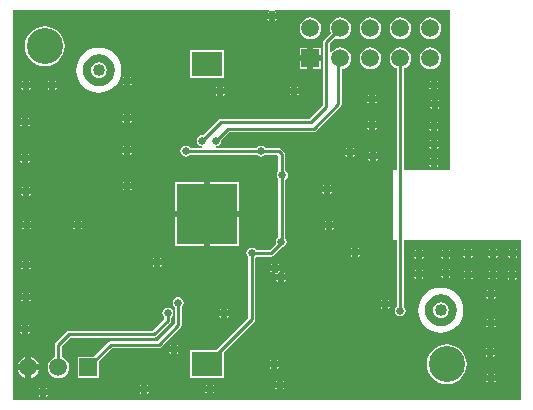
<source format=gbl>
%FSLAX25Y25*%
%MOIN*%
G70*
G01*
G75*
G04 Layer_Physical_Order=2*
G04 Layer_Color=16711680*
%ADD10O,0.01180X0.05906*%
%ADD11O,0.05906X0.01180*%
%ADD12R,0.17716X0.17716*%
%ADD13R,0.04000X0.03500*%
%ADD14R,0.05906X0.04724*%
%ADD15R,0.03937X0.07087*%
%ADD16R,0.02953X0.02362*%
%ADD17R,0.02362X0.02953*%
%ADD18R,0.02362X0.07874*%
%ADD19R,0.07874X0.02362*%
%ADD20R,0.03500X0.04000*%
%ADD21R,0.04724X0.05512*%
%ADD22R,0.08800X0.04200*%
%ADD23R,0.04000X0.04000*%
%ADD24R,0.01400X0.04000*%
%ADD25R,0.07200X0.08000*%
%ADD26R,0.07200X0.16000*%
%ADD27R,0.04200X0.08800*%
%ADD28R,0.04000X0.04000*%
%ADD29C,0.01000*%
%ADD30C,0.02000*%
%ADD31C,0.04000*%
%ADD32C,0.10000*%
%ADD33R,0.03000X0.03000*%
%ADD34R,0.10000X0.08000*%
%ADD35C,0.12000*%
%ADD36C,0.04000*%
%ADD37R,0.05906X0.05906*%
%ADD38C,0.05906*%
%ADD39C,0.02500*%
%ADD40R,0.17700X0.17700*%
%ADD41R,0.20000X0.20000*%
G36*
X146700Y77600D02*
X131122D01*
Y111619D01*
X131792Y111897D01*
X132534Y112466D01*
X133103Y113208D01*
X133461Y114073D01*
X133583Y115000D01*
X133461Y115927D01*
X133103Y116792D01*
X132534Y117534D01*
X131792Y118103D01*
X130927Y118461D01*
X130000Y118583D01*
X129073Y118461D01*
X128208Y118103D01*
X127466Y117534D01*
X126897Y116792D01*
X126539Y115927D01*
X126417Y115000D01*
X126539Y114073D01*
X126897Y113208D01*
X127466Y112466D01*
X128208Y111897D01*
X128878Y111619D01*
Y77600D01*
X127800D01*
X127600Y77800D01*
Y54400D01*
X128878D01*
Y32276D01*
X128666Y32134D01*
X128257Y31522D01*
X128114Y30800D01*
X128257Y30078D01*
X128666Y29466D01*
X129278Y29057D01*
X130000Y28914D01*
X130722Y29057D01*
X131334Y29466D01*
X131743Y30078D01*
X131886Y30800D01*
X131743Y31522D01*
X131334Y32134D01*
X131122Y32276D01*
Y54400D01*
X170184D01*
Y1000D01*
X1000D01*
X1000Y1000D01*
X1000Y1000D01*
X816Y1076D01*
Y131184D01*
X86278D01*
X86423Y130706D01*
X86478Y130743D01*
X87200Y130886D01*
X87922Y130743D01*
X87977Y130706D01*
X88122Y131184D01*
X146700D01*
Y77600D01*
D02*
G37*
%LPC*%
G36*
X151700Y44457D02*
X151366Y44234D01*
X151143Y43900D01*
X151700D01*
Y44457D01*
D02*
G37*
G36*
X153700D02*
Y43900D01*
X154257D01*
X154034Y44234D01*
X153700Y44457D01*
D02*
G37*
G36*
X159800D02*
X159466Y44234D01*
X159243Y43900D01*
X159800D01*
Y44457D01*
D02*
G37*
G36*
X87100Y44200D02*
X86543D01*
X86766Y43866D01*
X87100Y43643D01*
Y44200D01*
D02*
G37*
G36*
X91200Y43557D02*
Y43000D01*
X91757D01*
X91534Y43334D01*
X91200Y43557D01*
D02*
G37*
G36*
X166400Y44157D02*
X166066Y43934D01*
X165843Y43600D01*
X166400D01*
Y44157D01*
D02*
G37*
G36*
X168400D02*
Y43600D01*
X168957D01*
X168734Y43934D01*
X168400Y44157D01*
D02*
G37*
G36*
X161800Y44457D02*
Y43900D01*
X162357D01*
X162134Y44234D01*
X161800Y44457D01*
D02*
G37*
G36*
X4200Y45200D02*
X3643D01*
X3866Y44866D01*
X4200Y44643D01*
Y45200D01*
D02*
G37*
G36*
X6757D02*
X6200D01*
Y44643D01*
X6534Y44866D01*
X6757Y45200D01*
D02*
G37*
G36*
X48000Y46000D02*
X47443D01*
X47666Y45666D01*
X48000Y45443D01*
Y46000D01*
D02*
G37*
G36*
X146100Y44857D02*
Y44300D01*
X146657D01*
X146434Y44634D01*
X146100Y44857D01*
D02*
G37*
G36*
X135100Y44657D02*
X134766Y44434D01*
X134543Y44100D01*
X135100D01*
Y44657D01*
D02*
G37*
G36*
X137100D02*
Y44100D01*
X137657D01*
X137434Y44434D01*
X137100Y44657D01*
D02*
G37*
G36*
X144100Y44857D02*
X143766Y44634D01*
X143543Y44300D01*
X144100D01*
Y44857D01*
D02*
G37*
G36*
X166400Y41600D02*
X165843D01*
X166066Y41266D01*
X166400Y41043D01*
Y41600D01*
D02*
G37*
G36*
X168957D02*
X168400D01*
Y41043D01*
X168734Y41266D01*
X168957Y41600D01*
D02*
G37*
G36*
X151700Y41900D02*
X151143D01*
X151366Y41566D01*
X151700Y41343D01*
Y41900D01*
D02*
G37*
G36*
X91757Y41000D02*
X91200D01*
Y40443D01*
X91534Y40666D01*
X91757Y41000D01*
D02*
G37*
G36*
X159300Y37857D02*
X158966Y37634D01*
X158743Y37300D01*
X159300D01*
Y37857D01*
D02*
G37*
G36*
X161300D02*
Y37300D01*
X161857D01*
X161634Y37634D01*
X161300Y37857D01*
D02*
G37*
G36*
X89200Y41000D02*
X88643D01*
X88866Y40666D01*
X89200Y40443D01*
Y41000D01*
D02*
G37*
G36*
X154257Y41900D02*
X153700D01*
Y41343D01*
X154034Y41566D01*
X154257Y41900D01*
D02*
G37*
G36*
X144100Y42300D02*
X143543D01*
X143766Y41966D01*
X144100Y41743D01*
Y42300D01*
D02*
G37*
G36*
X146657D02*
X146100D01*
Y41743D01*
X146434Y41966D01*
X146657Y42300D01*
D02*
G37*
G36*
X89695Y44256D02*
X89657Y44200D01*
X89100D01*
Y43643D01*
X88822Y43457D01*
X88328Y43359D01*
X88605Y42944D01*
X88643Y43000D01*
X89200D01*
Y43557D01*
X89478Y43743D01*
X89972Y43841D01*
X89695Y44256D01*
D02*
G37*
G36*
X137657Y42100D02*
X137100D01*
Y41543D01*
X137434Y41766D01*
X137657Y42100D01*
D02*
G37*
G36*
X159800Y41900D02*
X159243D01*
X159466Y41566D01*
X159800Y41343D01*
Y41900D01*
D02*
G37*
G36*
X162357D02*
X161800D01*
Y41343D01*
X162134Y41566D01*
X162357Y41900D01*
D02*
G37*
G36*
X135100Y42100D02*
X134543D01*
X134766Y41766D01*
X135100Y41543D01*
Y42100D01*
D02*
G37*
G36*
X135200Y51157D02*
X134866Y50934D01*
X134643Y50600D01*
X135200D01*
Y51157D01*
D02*
G37*
G36*
X137200D02*
Y50600D01*
X137757D01*
X137534Y50934D01*
X137200Y51157D01*
D02*
G37*
G36*
X144100D02*
X143766Y50934D01*
X143543Y50600D01*
X144100D01*
Y51157D01*
D02*
G37*
G36*
X116557Y49400D02*
X116000D01*
Y48843D01*
X116334Y49066D01*
X116557Y49400D01*
D02*
G37*
G36*
X166500Y49100D02*
X165943D01*
X166166Y48766D01*
X166500Y48543D01*
Y49100D01*
D02*
G37*
G36*
X169057D02*
X168500D01*
Y48543D01*
X168834Y48766D01*
X169057Y49100D01*
D02*
G37*
G36*
X114000Y49400D02*
X113443D01*
X113666Y49066D01*
X114000Y48843D01*
Y49400D01*
D02*
G37*
G36*
X146100Y51157D02*
Y50600D01*
X146657D01*
X146434Y50934D01*
X146100Y51157D01*
D02*
G37*
G36*
X166500Y51657D02*
X166166Y51434D01*
X165943Y51100D01*
X166500D01*
Y51657D01*
D02*
G37*
G36*
X168500D02*
Y51100D01*
X169057D01*
X168834Y51434D01*
X168500Y51657D01*
D02*
G37*
G36*
X114000Y51957D02*
X113666Y51734D01*
X113443Y51400D01*
X114000D01*
Y51957D01*
D02*
G37*
G36*
X161900Y51657D02*
Y51100D01*
X162457D01*
X162234Y51434D01*
X161900Y51657D01*
D02*
G37*
G36*
X151600D02*
X151266Y51434D01*
X151043Y51100D01*
X151600D01*
Y51657D01*
D02*
G37*
G36*
X153600D02*
Y51100D01*
X154157D01*
X153934Y51434D01*
X153600Y51657D01*
D02*
G37*
G36*
X159900D02*
X159566Y51434D01*
X159343Y51100D01*
X159900D01*
Y51657D01*
D02*
G37*
G36*
X6200Y47757D02*
Y47200D01*
X6757D01*
X6534Y47534D01*
X6200Y47757D01*
D02*
G37*
G36*
X48000Y48557D02*
X47666Y48334D01*
X47443Y48000D01*
X48000D01*
Y48557D01*
D02*
G37*
G36*
X50000D02*
Y48000D01*
X50557D01*
X50334Y48334D01*
X50000Y48557D01*
D02*
G37*
G36*
X4200Y47757D02*
X3866Y47534D01*
X3643Y47200D01*
X4200D01*
Y47757D01*
D02*
G37*
G36*
X50557Y46000D02*
X50000D01*
Y45443D01*
X50334Y45666D01*
X50557Y46000D01*
D02*
G37*
G36*
X87100Y46757D02*
X86766Y46534D01*
X86543Y46200D01*
X87100D01*
Y46757D01*
D02*
G37*
G36*
X89100D02*
Y46200D01*
X89657D01*
X89434Y46534D01*
X89100Y46757D01*
D02*
G37*
G36*
X135200Y48600D02*
X134643D01*
X134866Y48266D01*
X135200Y48043D01*
Y48600D01*
D02*
G37*
G36*
X154157Y49100D02*
X153600D01*
Y48543D01*
X153934Y48766D01*
X154157Y49100D01*
D02*
G37*
G36*
X159900D02*
X159343D01*
X159566Y48766D01*
X159900Y48543D01*
Y49100D01*
D02*
G37*
G36*
X162457D02*
X161900D01*
Y48543D01*
X162234Y48766D01*
X162457Y49100D01*
D02*
G37*
G36*
X151600D02*
X151043D01*
X151266Y48766D01*
X151600Y48543D01*
Y49100D01*
D02*
G37*
G36*
X137757Y48600D02*
X137200D01*
Y48043D01*
X137534Y48266D01*
X137757Y48600D01*
D02*
G37*
G36*
X144100D02*
X143543D01*
X143766Y48266D01*
X144100Y48043D01*
Y48600D01*
D02*
G37*
G36*
X146657D02*
X146100D01*
Y48043D01*
X146434Y48266D01*
X146657Y48600D01*
D02*
G37*
G36*
X6200Y37057D02*
Y36500D01*
X6757D01*
X6534Y36834D01*
X6200Y37057D01*
D02*
G37*
G36*
X5000Y11000D02*
X2569D01*
X2897Y10208D01*
X3466Y9466D01*
X4208Y8897D01*
X5000Y8569D01*
Y11000D01*
D02*
G37*
G36*
X9431D02*
X7000D01*
Y8569D01*
X7792Y8897D01*
X8534Y9466D01*
X9103Y10208D01*
X9431Y11000D01*
D02*
G37*
G36*
X159300Y10057D02*
X158966Y9834D01*
X158743Y9500D01*
X159300D01*
Y10057D01*
D02*
G37*
G36*
X90800Y7757D02*
Y7200D01*
X91357D01*
X91134Y7534D01*
X90800Y7757D01*
D02*
G37*
G36*
X159300Y7500D02*
X158743D01*
X158966Y7166D01*
X159300Y6943D01*
Y7500D01*
D02*
G37*
G36*
X161857D02*
X161300D01*
Y6943D01*
X161634Y7166D01*
X161857Y7500D01*
D02*
G37*
G36*
X88800Y7757D02*
X88466Y7534D01*
X88243Y7200D01*
X88800D01*
Y7757D01*
D02*
G37*
G36*
X161300Y10057D02*
Y9500D01*
X161857D01*
X161634Y9834D01*
X161300Y10057D01*
D02*
G37*
G36*
X87000Y14557D02*
X86666Y14334D01*
X86443Y14000D01*
X87000D01*
Y14557D01*
D02*
G37*
G36*
X89000D02*
Y14000D01*
X89557D01*
X89334Y14334D01*
X89000Y14557D01*
D02*
G37*
G36*
X159000Y16100D02*
X158443D01*
X158666Y15766D01*
X159000Y15543D01*
Y16100D01*
D02*
G37*
G36*
X7000Y15431D02*
Y13000D01*
X9431D01*
X9103Y13792D01*
X8534Y14534D01*
X7792Y15103D01*
X7000Y15431D01*
D02*
G37*
G36*
X87000Y12000D02*
X86443D01*
X86666Y11666D01*
X87000Y11443D01*
Y12000D01*
D02*
G37*
G36*
X89557D02*
X89000D01*
Y11443D01*
X89334Y11666D01*
X89557Y12000D01*
D02*
G37*
G36*
X5000Y15431D02*
X4208Y15103D01*
X3466Y14534D01*
X2897Y13792D01*
X2569Y13000D01*
X5000D01*
Y15431D01*
D02*
G37*
G36*
X65500Y3900D02*
X64943D01*
X65166Y3566D01*
X65500Y3343D01*
Y3900D01*
D02*
G37*
G36*
X68057D02*
X67500D01*
Y3343D01*
X67834Y3566D01*
X68057Y3900D01*
D02*
G37*
G36*
X10000Y5157D02*
X9666Y4934D01*
X9443Y4600D01*
X10000D01*
Y5157D01*
D02*
G37*
G36*
X46257Y3700D02*
X45700D01*
Y3143D01*
X46034Y3366D01*
X46257Y3700D01*
D02*
G37*
G36*
X10000Y2600D02*
X9443D01*
X9666Y2266D01*
X10000Y2043D01*
Y2600D01*
D02*
G37*
G36*
X12557D02*
X12000D01*
Y2043D01*
X12334Y2266D01*
X12557Y2600D01*
D02*
G37*
G36*
X43700Y3700D02*
X43143D01*
X43366Y3366D01*
X43700Y3143D01*
Y3700D01*
D02*
G37*
G36*
X12000Y5157D02*
Y4600D01*
X12557D01*
X12334Y4934D01*
X12000Y5157D01*
D02*
G37*
G36*
X65500Y6457D02*
X65166Y6234D01*
X64943Y5900D01*
X65500D01*
Y6457D01*
D02*
G37*
G36*
X67500D02*
Y5900D01*
X68057D01*
X67834Y6234D01*
X67500Y6457D01*
D02*
G37*
G36*
X145500Y19632D02*
X144206Y19504D01*
X142962Y19127D01*
X141815Y18514D01*
X140811Y17689D01*
X139986Y16684D01*
X139373Y15538D01*
X138996Y14294D01*
X138868Y13000D01*
X138996Y11706D01*
X139373Y10462D01*
X139986Y9315D01*
X140811Y8310D01*
X141815Y7486D01*
X142962Y6873D01*
X144206Y6496D01*
X145500Y6368D01*
X146794Y6496D01*
X148038Y6873D01*
X149185Y7486D01*
X150189Y8310D01*
X151014Y9315D01*
X151627Y10462D01*
X152005Y11706D01*
X152132Y13000D01*
X152005Y14294D01*
X151627Y15538D01*
X151014Y16684D01*
X150189Y17689D01*
X149185Y18514D01*
X148038Y19127D01*
X146794Y19504D01*
X145500Y19632D01*
D02*
G37*
G36*
X45700Y6257D02*
Y5700D01*
X46257D01*
X46034Y6034D01*
X45700Y6257D01*
D02*
G37*
G36*
X88800Y5200D02*
X88243D01*
X88466Y4866D01*
X88800Y4643D01*
Y5200D01*
D02*
G37*
G36*
X91357D02*
X90800D01*
Y4643D01*
X91134Y4866D01*
X91357Y5200D01*
D02*
G37*
G36*
X43700Y6257D02*
X43366Y6034D01*
X43143Y5700D01*
X43700D01*
Y6257D01*
D02*
G37*
G36*
X70200Y31557D02*
X69866Y31334D01*
X69643Y31000D01*
X70200D01*
Y31557D01*
D02*
G37*
G36*
X72200D02*
Y31000D01*
X72757D01*
X72534Y31334D01*
X72200Y31557D01*
D02*
G37*
G36*
X124000Y32000D02*
X123443D01*
X123666Y31666D01*
X124000Y31443D01*
Y32000D01*
D02*
G37*
G36*
X56000Y35386D02*
X55278Y35243D01*
X54666Y34834D01*
X54257Y34222D01*
X54114Y33500D01*
X54257Y32778D01*
X54666Y32166D01*
X54878Y32024D01*
Y30076D01*
X54381Y30027D01*
X54243Y30722D01*
X53834Y31334D01*
X53222Y31743D01*
X52500Y31886D01*
X51778Y31743D01*
X51166Y31334D01*
X50757Y30722D01*
X50614Y30000D01*
X50757Y29278D01*
X51166Y28666D01*
X51378Y28524D01*
Y27965D01*
X47535Y24122D01*
X19500D01*
X19500Y24122D01*
X19071Y24036D01*
X18707Y23793D01*
X18707Y23793D01*
X15207Y20293D01*
X14964Y19929D01*
X14878Y19500D01*
X14878Y19500D01*
Y15381D01*
X14208Y15103D01*
X13466Y14534D01*
X12897Y13792D01*
X12539Y12927D01*
X12417Y12000D01*
X12539Y11073D01*
X12897Y10208D01*
X13466Y9466D01*
X14208Y8897D01*
X15073Y8539D01*
X16000Y8417D01*
X16927Y8539D01*
X17792Y8897D01*
X18534Y9466D01*
X19103Y10208D01*
X19461Y11073D01*
X19583Y12000D01*
X19461Y12927D01*
X19103Y13792D01*
X18534Y14534D01*
X17792Y15103D01*
X17121Y15381D01*
Y19035D01*
X19965Y21879D01*
X48000D01*
X48000Y21878D01*
X48429Y21964D01*
X48793Y22207D01*
X53293Y26707D01*
X53293Y26707D01*
X53536Y27071D01*
X53536Y27071D01*
X53536Y27071D01*
X53622Y27500D01*
X53622Y27500D01*
Y28524D01*
X53834Y28666D01*
X54243Y29278D01*
X54381Y29973D01*
X54878Y29924D01*
Y26465D01*
X49035Y20621D01*
X33500D01*
X33071Y20536D01*
X32707Y20293D01*
X32707Y20293D01*
X27967Y15553D01*
X22447D01*
Y8447D01*
X29553D01*
Y13967D01*
X33965Y18379D01*
X49500D01*
X49500Y18378D01*
X49929Y18464D01*
X50293Y18707D01*
X56793Y25207D01*
X56793Y25207D01*
X57036Y25571D01*
X57036Y25571D01*
X57036Y25571D01*
X57122Y26000D01*
X57122Y26000D01*
Y32024D01*
X57334Y32166D01*
X57743Y32778D01*
X57886Y33500D01*
X57743Y34222D01*
X57334Y34834D01*
X56722Y35243D01*
X56000Y35386D01*
D02*
G37*
G36*
X161300Y28457D02*
Y27900D01*
X161857D01*
X161634Y28234D01*
X161300Y28457D01*
D02*
G37*
G36*
X70200Y29000D02*
X69643D01*
X69866Y28666D01*
X70200Y28443D01*
Y29000D01*
D02*
G37*
G36*
X72757D02*
X72200D01*
Y28443D01*
X72534Y28666D01*
X72757Y29000D01*
D02*
G37*
G36*
X126557Y32000D02*
X126000D01*
Y31443D01*
X126334Y31666D01*
X126557Y32000D01*
D02*
G37*
G36*
X159300Y35300D02*
X158743D01*
X158966Y34966D01*
X159300Y34743D01*
Y35300D01*
D02*
G37*
G36*
X161857D02*
X161300D01*
Y34743D01*
X161634Y34966D01*
X161857Y35300D01*
D02*
G37*
G36*
X4200Y37057D02*
X3866Y36834D01*
X3643Y36500D01*
X4200D01*
Y37057D01*
D02*
G37*
G36*
X126000Y34557D02*
Y34000D01*
X126557D01*
X126334Y34334D01*
X126000Y34557D01*
D02*
G37*
G36*
X4200Y34500D02*
X3643D01*
X3866Y34166D01*
X4200Y33943D01*
Y34500D01*
D02*
G37*
G36*
X6757D02*
X6200D01*
Y33943D01*
X6534Y34166D01*
X6757Y34500D01*
D02*
G37*
G36*
X124000Y34557D02*
X123666Y34334D01*
X123443Y34000D01*
X124000D01*
Y34557D01*
D02*
G37*
G36*
X161000Y18657D02*
Y18100D01*
X161557D01*
X161334Y18434D01*
X161000Y18657D01*
D02*
G37*
G36*
X53500Y19557D02*
X53166Y19334D01*
X52943Y19000D01*
X53500D01*
Y19557D01*
D02*
G37*
G36*
X55500D02*
Y19000D01*
X56057D01*
X55834Y19334D01*
X55500Y19557D01*
D02*
G37*
G36*
X159000Y18657D02*
X158666Y18434D01*
X158443Y18100D01*
X159000D01*
Y18657D01*
D02*
G37*
G36*
X161557Y16100D02*
X161000D01*
Y15543D01*
X161334Y15766D01*
X161557Y16100D01*
D02*
G37*
G36*
X53500Y17000D02*
X52943D01*
X53166Y16666D01*
X53500Y16443D01*
Y17000D01*
D02*
G37*
G36*
X56057D02*
X55500D01*
Y16443D01*
X55834Y16666D01*
X56057Y17000D01*
D02*
G37*
G36*
X3900Y23700D02*
X3343D01*
X3566Y23366D01*
X3900Y23143D01*
Y23700D01*
D02*
G37*
G36*
Y26257D02*
X3566Y26034D01*
X3343Y25700D01*
X3900D01*
Y26257D01*
D02*
G37*
G36*
X5900D02*
Y25700D01*
X6457D01*
X6234Y26034D01*
X5900Y26257D01*
D02*
G37*
G36*
X159300Y28457D02*
X158966Y28234D01*
X158743Y27900D01*
X159300D01*
Y28457D01*
D02*
G37*
G36*
X161857Y25900D02*
X161300D01*
Y25343D01*
X161634Y25566D01*
X161857Y25900D01*
D02*
G37*
G36*
X6457Y23700D02*
X5900D01*
Y23143D01*
X6234Y23366D01*
X6457Y23700D01*
D02*
G37*
G36*
X143500Y38539D02*
X142029Y38394D01*
X140615Y37966D01*
X139311Y37269D01*
X138169Y36331D01*
X137231Y35189D01*
X136535Y33885D01*
X136105Y32471D01*
X135961Y31000D01*
X136105Y29529D01*
X136535Y28115D01*
X137231Y26811D01*
X138169Y25669D01*
X139311Y24731D01*
X140615Y24035D01*
X142029Y23605D01*
X143500Y23461D01*
X144971Y23605D01*
X146385Y24035D01*
X147689Y24731D01*
X148831Y25669D01*
X149769Y26811D01*
X150466Y28115D01*
X150895Y29529D01*
X151039Y31000D01*
X150895Y32471D01*
X150466Y33885D01*
X149769Y35189D01*
X148831Y36331D01*
X147689Y37269D01*
X146385Y37966D01*
X144971Y38394D01*
X143500Y38539D01*
D02*
G37*
G36*
X159300Y25900D02*
X158743D01*
X158966Y25566D01*
X159300Y25343D01*
Y25900D01*
D02*
G37*
G36*
X93700Y103200D02*
X93143D01*
X93366Y102866D01*
X93700Y102643D01*
Y103200D01*
D02*
G37*
G36*
X96257D02*
X95700D01*
Y102643D01*
X96034Y102866D01*
X96257Y103200D01*
D02*
G37*
G36*
X29500Y118539D02*
X28029Y118395D01*
X26615Y117965D01*
X25311Y117269D01*
X24169Y116331D01*
X23231Y115189D01*
X22535Y113885D01*
X22105Y112471D01*
X21961Y111000D01*
X22105Y109529D01*
X22535Y108115D01*
X23231Y106811D01*
X24169Y105669D01*
X25311Y104731D01*
X26615Y104034D01*
X28029Y103605D01*
X29500Y103461D01*
X30971Y103605D01*
X32385Y104034D01*
X33689Y104731D01*
X34831Y105669D01*
X35769Y106811D01*
X36465Y108115D01*
X36895Y109529D01*
X37039Y111000D01*
X36895Y112471D01*
X36465Y113885D01*
X35769Y115189D01*
X34831Y116331D01*
X33689Y117269D01*
X32385Y117965D01*
X30971Y118395D01*
X29500Y118539D01*
D02*
G37*
G36*
X121600Y103057D02*
Y102500D01*
X122157D01*
X121934Y102834D01*
X121600Y103057D01*
D02*
G37*
G36*
X69000Y103000D02*
X68443D01*
X68666Y102666D01*
X69000Y102443D01*
Y103000D01*
D02*
G37*
G36*
X71557D02*
X71000D01*
Y102443D01*
X71334Y102666D01*
X71557Y103000D01*
D02*
G37*
G36*
X119600Y103057D02*
X119266Y102834D01*
X119043Y102500D01*
X119600D01*
Y103057D01*
D02*
G37*
G36*
X140100Y105200D02*
X139543D01*
X139766Y104866D01*
X140100Y104643D01*
Y105200D01*
D02*
G37*
G36*
X142657D02*
X142100D01*
Y104643D01*
X142434Y104866D01*
X142657Y105200D01*
D02*
G37*
G36*
X69000Y105557D02*
X68666Y105334D01*
X68443Y105000D01*
X69000D01*
Y105557D01*
D02*
G37*
G36*
X15557Y105000D02*
X15000D01*
Y104443D01*
X15334Y104666D01*
X15557Y105000D01*
D02*
G37*
G36*
X4200D02*
X3643D01*
X3866Y104666D01*
X4200Y104443D01*
Y105000D01*
D02*
G37*
G36*
X6757D02*
X6200D01*
Y104443D01*
X6534Y104666D01*
X6757Y105000D01*
D02*
G37*
G36*
X13000D02*
X12443D01*
X12666Y104666D01*
X13000Y104443D01*
Y105000D01*
D02*
G37*
G36*
X142500Y101157D02*
Y100600D01*
X143057D01*
X142834Y100934D01*
X142500Y101157D01*
D02*
G37*
G36*
X121600Y94257D02*
Y93700D01*
X122157D01*
X121934Y94034D01*
X121600Y94257D01*
D02*
G37*
G36*
X3900Y95457D02*
X3566Y95234D01*
X3343Y94900D01*
X3900D01*
Y95457D01*
D02*
G37*
G36*
X5900D02*
Y94900D01*
X6457D01*
X6234Y95234D01*
X5900Y95457D01*
D02*
G37*
G36*
X119600Y94257D02*
X119266Y94034D01*
X119043Y93700D01*
X119600D01*
Y94257D01*
D02*
G37*
G36*
X142100Y93957D02*
Y93400D01*
X142657D01*
X142434Y93734D01*
X142100Y93957D01*
D02*
G37*
G36*
X37900Y94100D02*
X37343D01*
X37566Y93766D01*
X37900Y93543D01*
Y94100D01*
D02*
G37*
G36*
X40457D02*
X39900D01*
Y93543D01*
X40234Y93766D01*
X40457Y94100D01*
D02*
G37*
G36*
X119600Y100500D02*
X119043D01*
X119266Y100166D01*
X119600Y99943D01*
Y100500D01*
D02*
G37*
G36*
X122157D02*
X121600D01*
Y99943D01*
X121934Y100166D01*
X122157Y100500D01*
D02*
G37*
G36*
X140500Y101157D02*
X140166Y100934D01*
X139943Y100600D01*
X140500D01*
Y101157D01*
D02*
G37*
G36*
X143057Y98600D02*
X142500D01*
Y98043D01*
X142834Y98266D01*
X143057Y98600D01*
D02*
G37*
G36*
X37900Y96657D02*
X37566Y96434D01*
X37343Y96100D01*
X37900D01*
Y96657D01*
D02*
G37*
G36*
X39900D02*
Y96100D01*
X40457D01*
X40234Y96434D01*
X39900Y96657D01*
D02*
G37*
G36*
X140500Y98600D02*
X139943D01*
X140166Y98266D01*
X140500Y98043D01*
Y98600D01*
D02*
G37*
G36*
X71000Y105557D02*
Y105000D01*
X71557D01*
X71334Y105334D01*
X71000Y105557D01*
D02*
G37*
G36*
X103553Y118553D02*
X101000D01*
Y116000D01*
X103553D01*
Y118553D01*
D02*
G37*
G36*
X100000Y128583D02*
X99073Y128461D01*
X98208Y128103D01*
X97466Y127534D01*
X96897Y126792D01*
X96539Y125927D01*
X96417Y125000D01*
X96539Y124073D01*
X96897Y123208D01*
X97466Y122466D01*
X98208Y121897D01*
X99073Y121539D01*
X100000Y121417D01*
X100927Y121539D01*
X101792Y121897D01*
X102534Y122466D01*
X103103Y123208D01*
X103461Y124073D01*
X103583Y125000D01*
X103461Y125927D01*
X103103Y126792D01*
X102534Y127534D01*
X101792Y128103D01*
X100927Y128461D01*
X100000Y128583D01*
D02*
G37*
G36*
X110000D02*
X109073Y128461D01*
X108208Y128103D01*
X107466Y127534D01*
X106897Y126792D01*
X106539Y125927D01*
X106417Y125000D01*
X106539Y124073D01*
X106816Y123402D01*
X104607Y121193D01*
X104364Y120829D01*
X104278Y120400D01*
X104278Y120400D01*
Y99365D01*
X99735Y94822D01*
X70200D01*
X69771Y94736D01*
X69407Y94493D01*
X69407Y94493D01*
X64250Y89337D01*
X64000Y89386D01*
X63278Y89243D01*
X62666Y88834D01*
X62257Y88222D01*
X62114Y87500D01*
X62257Y86778D01*
X62666Y86166D01*
X63278Y85757D01*
X63750Y85663D01*
X63750D01*
X63973Y85619D01*
D01*
Y85619D01*
X63960Y85492D01*
D01*
X63951Y85394D01*
X63704Y85122D01*
X59976D01*
X59834Y85334D01*
X59222Y85743D01*
X58500Y85886D01*
X57778Y85743D01*
X57166Y85334D01*
X56757Y84722D01*
X56614Y84000D01*
X56757Y83278D01*
X57166Y82666D01*
X57778Y82257D01*
X58500Y82114D01*
X59222Y82257D01*
X59834Y82666D01*
X59976Y82878D01*
X82124D01*
X82266Y82666D01*
X82878Y82257D01*
X83600Y82114D01*
X84322Y82257D01*
X84934Y82666D01*
X85076Y82878D01*
X89035D01*
X89378Y82535D01*
Y77342D01*
X89366Y77334D01*
X88957Y76722D01*
X88814Y76000D01*
X88957Y75278D01*
X89366Y74666D01*
X89378Y74658D01*
Y55509D01*
X88966Y55234D01*
X88557Y54622D01*
X88414Y53900D01*
X88547Y53233D01*
X86435Y51122D01*
X81976D01*
X81834Y51334D01*
X81222Y51743D01*
X80500Y51886D01*
X79778Y51743D01*
X79166Y51334D01*
X78757Y50722D01*
X78614Y50000D01*
X78757Y49278D01*
X79166Y48666D01*
X79378Y48524D01*
Y28465D01*
X68514Y17600D01*
X59900D01*
Y8400D01*
X71100D01*
Y17014D01*
X81293Y27207D01*
X81293Y27207D01*
X81536Y27571D01*
X81622Y28000D01*
Y48524D01*
X81834Y48666D01*
X81976Y48878D01*
X86900D01*
X86900Y48878D01*
X87329Y48964D01*
X87693Y49207D01*
X90549Y52063D01*
X91022Y52157D01*
X91634Y52566D01*
X92043Y53178D01*
X92186Y53900D01*
X92043Y54622D01*
X91634Y55234D01*
X91622Y55242D01*
Y74391D01*
X92034Y74666D01*
X92443Y75278D01*
X92586Y76000D01*
X92443Y76722D01*
X92034Y77334D01*
X91622Y77609D01*
Y83000D01*
X91536Y83429D01*
X91293Y83793D01*
X91293Y83793D01*
X90293Y84793D01*
X89929Y85036D01*
X89500Y85122D01*
X89500Y85122D01*
X85076D01*
X84934Y85334D01*
X84322Y85743D01*
X83600Y85886D01*
X82878Y85743D01*
X82266Y85334D01*
X82124Y85122D01*
X68796D01*
X68549Y85394D01*
X68540Y85492D01*
D01*
X68527Y85619D01*
X68527Y85619D01*
X68750Y85663D01*
X68750D01*
X69222Y85757D01*
X69834Y86166D01*
X70243Y86778D01*
X70386Y87500D01*
X70337Y87750D01*
X72965Y90378D01*
X101100D01*
X101100Y90378D01*
X101529Y90464D01*
X101893Y90707D01*
X110093Y98907D01*
X110093Y98907D01*
X110336Y99271D01*
X110336Y99271D01*
X110336Y99271D01*
X110422Y99700D01*
X110422Y99700D01*
Y111472D01*
X110927Y111539D01*
X111792Y111897D01*
X112534Y112466D01*
X113103Y113208D01*
X113461Y114073D01*
X113583Y115000D01*
X113461Y115927D01*
X113103Y116792D01*
X112534Y117534D01*
X111792Y118103D01*
X110927Y118461D01*
X110000Y118583D01*
X109073Y118461D01*
X108208Y118103D01*
X107466Y117534D01*
X106995Y116920D01*
X106522Y117081D01*
Y119935D01*
X108402Y121816D01*
X109073Y121539D01*
X110000Y121417D01*
X110927Y121539D01*
X111792Y121897D01*
X112534Y122466D01*
X113103Y123208D01*
X113461Y124073D01*
X113583Y125000D01*
X113461Y125927D01*
X113103Y126792D01*
X112534Y127534D01*
X111792Y128103D01*
X110927Y128461D01*
X110000Y128583D01*
D02*
G37*
G36*
X99000Y118553D02*
X96447D01*
Y116000D01*
X99000D01*
Y118553D01*
D02*
G37*
G36*
Y114000D02*
X96447D01*
Y111447D01*
X99000D01*
Y114000D01*
D02*
G37*
G36*
X103553D02*
X101000D01*
Y111447D01*
X103553D01*
Y114000D01*
D02*
G37*
G36*
X11500Y125632D02*
X10206Y125505D01*
X8962Y125127D01*
X7816Y124514D01*
X6810Y123689D01*
X5986Y122685D01*
X5373Y121538D01*
X4995Y120294D01*
X4868Y119000D01*
X4995Y117706D01*
X5373Y116462D01*
X5986Y115315D01*
X6810Y114311D01*
X7816Y113486D01*
X8962Y112873D01*
X10206Y112496D01*
X11500Y112368D01*
X12794Y112496D01*
X14038Y112873D01*
X15184Y113486D01*
X16190Y114311D01*
X17014Y115315D01*
X17627Y116462D01*
X18004Y117706D01*
X18132Y119000D01*
X18004Y120294D01*
X17627Y121538D01*
X17014Y122685D01*
X16190Y123689D01*
X15184Y124514D01*
X14038Y125127D01*
X12794Y125505D01*
X11500Y125632D01*
D02*
G37*
G36*
X88757Y128000D02*
X88200D01*
Y127443D01*
X88534Y127666D01*
X88757Y128000D01*
D02*
G37*
G36*
X86200Y130557D02*
X85866Y130334D01*
X85643Y130000D01*
X86200D01*
Y130557D01*
D02*
G37*
G36*
X88200D02*
Y130000D01*
X88757D01*
X88534Y130334D01*
X88200Y130557D01*
D02*
G37*
G36*
X86200Y128000D02*
X85643D01*
X85866Y127666D01*
X86200Y127443D01*
Y128000D01*
D02*
G37*
G36*
X120000Y128583D02*
X119073Y128461D01*
X118208Y128103D01*
X117466Y127534D01*
X116897Y126792D01*
X116539Y125927D01*
X116417Y125000D01*
X116539Y124073D01*
X116897Y123208D01*
X117466Y122466D01*
X118208Y121897D01*
X119073Y121539D01*
X120000Y121417D01*
X120927Y121539D01*
X121792Y121897D01*
X122534Y122466D01*
X123103Y123208D01*
X123461Y124073D01*
X123583Y125000D01*
X123461Y125927D01*
X123103Y126792D01*
X122534Y127534D01*
X121792Y128103D01*
X120927Y128461D01*
X120000Y128583D01*
D02*
G37*
G36*
X130000D02*
X129073Y128461D01*
X128208Y128103D01*
X127466Y127534D01*
X126897Y126792D01*
X126539Y125927D01*
X126417Y125000D01*
X126539Y124073D01*
X126897Y123208D01*
X127466Y122466D01*
X128208Y121897D01*
X129073Y121539D01*
X130000Y121417D01*
X130927Y121539D01*
X131792Y121897D01*
X132534Y122466D01*
X133103Y123208D01*
X133461Y124073D01*
X133583Y125000D01*
X133461Y125927D01*
X133103Y126792D01*
X132534Y127534D01*
X131792Y128103D01*
X130927Y128461D01*
X130000Y128583D01*
D02*
G37*
G36*
X140000D02*
X139073Y128461D01*
X138208Y128103D01*
X137466Y127534D01*
X136897Y126792D01*
X136539Y125927D01*
X136417Y125000D01*
X136539Y124073D01*
X136897Y123208D01*
X137466Y122466D01*
X138208Y121897D01*
X139073Y121539D01*
X140000Y121417D01*
X140927Y121539D01*
X141792Y121897D01*
X142534Y122466D01*
X143103Y123208D01*
X143461Y124073D01*
X143583Y125000D01*
X143461Y125927D01*
X143103Y126792D01*
X142534Y127534D01*
X141792Y128103D01*
X140927Y128461D01*
X140000Y128583D01*
D02*
G37*
G36*
Y118583D02*
X139073Y118461D01*
X138208Y118103D01*
X137466Y117534D01*
X136897Y116792D01*
X136539Y115927D01*
X136417Y115000D01*
X136539Y114073D01*
X136897Y113208D01*
X137466Y112466D01*
X138208Y111897D01*
X139073Y111539D01*
X140000Y111417D01*
X140927Y111539D01*
X141792Y111897D01*
X142534Y112466D01*
X143103Y113208D01*
X143461Y114073D01*
X143583Y115000D01*
X143461Y115927D01*
X143103Y116792D01*
X142534Y117534D01*
X141792Y118103D01*
X140927Y118461D01*
X140000Y118583D01*
D02*
G37*
G36*
X4200Y107557D02*
X3866Y107334D01*
X3643Y107000D01*
X4200D01*
Y107557D01*
D02*
G37*
G36*
X6200D02*
Y107000D01*
X6757D01*
X6534Y107334D01*
X6200Y107557D01*
D02*
G37*
G36*
X13000D02*
X12666Y107334D01*
X12443Y107000D01*
X13000D01*
Y107557D01*
D02*
G37*
G36*
X40557Y106500D02*
X40000D01*
Y105943D01*
X40334Y106166D01*
X40557Y106500D01*
D02*
G37*
G36*
X93700Y105757D02*
X93366Y105534D01*
X93143Y105200D01*
X93700D01*
Y105757D01*
D02*
G37*
G36*
X95700D02*
Y105200D01*
X96257D01*
X96034Y105534D01*
X95700Y105757D01*
D02*
G37*
G36*
X38000Y106500D02*
X37443D01*
X37666Y106166D01*
X38000Y105943D01*
Y106500D01*
D02*
G37*
G36*
Y109057D02*
X37666Y108834D01*
X37443Y108500D01*
X38000D01*
Y109057D01*
D02*
G37*
G36*
X40000D02*
Y108500D01*
X40557D01*
X40334Y108834D01*
X40000Y109057D01*
D02*
G37*
G36*
X120000Y118583D02*
X119073Y118461D01*
X118208Y118103D01*
X117466Y117534D01*
X116897Y116792D01*
X116539Y115927D01*
X116417Y115000D01*
X116539Y114073D01*
X116897Y113208D01*
X117466Y112466D01*
X118208Y111897D01*
X119073Y111539D01*
X120000Y111417D01*
X120927Y111539D01*
X121792Y111897D01*
X122534Y112466D01*
X123103Y113208D01*
X123461Y114073D01*
X123583Y115000D01*
X123461Y115927D01*
X123103Y116792D01*
X122534Y117534D01*
X121792Y118103D01*
X120927Y118461D01*
X120000Y118583D01*
D02*
G37*
G36*
X71100Y117600D02*
X59900D01*
Y108400D01*
X71100D01*
Y117600D01*
D02*
G37*
G36*
X15000Y107557D02*
Y107000D01*
X15557D01*
X15334Y107334D01*
X15000Y107557D01*
D02*
G37*
G36*
X140100Y107757D02*
X139766Y107534D01*
X139543Y107200D01*
X140100D01*
Y107757D01*
D02*
G37*
G36*
X142100D02*
Y107200D01*
X142657D01*
X142434Y107534D01*
X142100Y107757D01*
D02*
G37*
G36*
X140100Y93957D02*
X139766Y93734D01*
X139543Y93400D01*
X140100D01*
Y93957D01*
D02*
G37*
G36*
X104600Y70400D02*
X104043D01*
X104266Y70066D01*
X104600Y69843D01*
Y70400D01*
D02*
G37*
G36*
X107157D02*
X106600D01*
Y69843D01*
X106934Y70066D01*
X107157Y70400D01*
D02*
G37*
G36*
X38000Y71500D02*
X37443D01*
X37666Y71166D01*
X38000Y70943D01*
Y71500D01*
D02*
G37*
G36*
X6757Y69600D02*
X6200D01*
Y69043D01*
X6534Y69266D01*
X6757Y69600D01*
D02*
G37*
G36*
X64500Y73600D02*
X54900D01*
Y64000D01*
X64500D01*
Y73600D01*
D02*
G37*
G36*
X76100D02*
X66500D01*
Y64000D01*
X76100D01*
Y73600D01*
D02*
G37*
G36*
X4200Y69600D02*
X3643D01*
X3866Y69266D01*
X4200Y69043D01*
Y69600D01*
D02*
G37*
G36*
X40557Y71500D02*
X40000D01*
Y70943D01*
X40334Y71166D01*
X40557Y71500D01*
D02*
G37*
G36*
X38000Y74057D02*
X37666Y73834D01*
X37443Y73500D01*
X38000D01*
Y74057D01*
D02*
G37*
G36*
X40000D02*
Y73500D01*
X40557D01*
X40334Y73834D01*
X40000Y74057D01*
D02*
G37*
G36*
X140100Y79300D02*
X139543D01*
X139766Y78966D01*
X140100Y78743D01*
Y79300D01*
D02*
G37*
G36*
X106600Y72957D02*
Y72400D01*
X107157D01*
X106934Y72734D01*
X106600Y72957D01*
D02*
G37*
G36*
X4200Y72157D02*
X3866Y71934D01*
X3643Y71600D01*
X4200D01*
Y72157D01*
D02*
G37*
G36*
X6200D02*
Y71600D01*
X6757D01*
X6534Y71934D01*
X6200Y72157D01*
D02*
G37*
G36*
X104600Y72957D02*
X104266Y72734D01*
X104043Y72400D01*
X104600D01*
Y72957D01*
D02*
G37*
G36*
X107957Y58300D02*
X107400D01*
Y57743D01*
X107734Y57966D01*
X107957Y58300D01*
D02*
G37*
G36*
X4500Y58500D02*
X3943D01*
X4166Y58166D01*
X4500Y57943D01*
Y58500D01*
D02*
G37*
G36*
X7057D02*
X6500D01*
Y57943D01*
X6834Y58166D01*
X7057Y58500D01*
D02*
G37*
G36*
X105400Y58300D02*
X104843D01*
X105066Y57966D01*
X105400Y57743D01*
Y58300D01*
D02*
G37*
G36*
X116000Y51957D02*
Y51400D01*
X116557D01*
X116334Y51734D01*
X116000Y51957D01*
D02*
G37*
G36*
X64500Y62000D02*
X54900D01*
Y52400D01*
X64500D01*
Y62000D01*
D02*
G37*
G36*
X76100D02*
X66500D01*
Y52400D01*
X76100D01*
Y62000D01*
D02*
G37*
G36*
X21500Y58500D02*
X20943D01*
X21166Y58166D01*
X21500Y57943D01*
Y58500D01*
D02*
G37*
G36*
X6500Y61057D02*
Y60500D01*
X7057D01*
X6834Y60834D01*
X6500Y61057D01*
D02*
G37*
G36*
X21500D02*
X21166Y60834D01*
X20943Y60500D01*
X21500D01*
Y61057D01*
D02*
G37*
G36*
X23500D02*
Y60500D01*
X24057D01*
X23834Y60834D01*
X23500Y61057D01*
D02*
G37*
G36*
X4500D02*
X4166Y60834D01*
X3943Y60500D01*
X4500D01*
Y61057D01*
D02*
G37*
G36*
X24057Y58500D02*
X23500D01*
Y57943D01*
X23834Y58166D01*
X24057Y58500D01*
D02*
G37*
G36*
X105400Y60857D02*
X105066Y60634D01*
X104843Y60300D01*
X105400D01*
Y60857D01*
D02*
G37*
G36*
X107400D02*
Y60300D01*
X107957D01*
X107734Y60634D01*
X107400Y60857D01*
D02*
G37*
G36*
X142657Y79300D02*
X142100D01*
Y78743D01*
X142434Y78966D01*
X142657Y79300D01*
D02*
G37*
G36*
X142757Y85300D02*
X142200D01*
Y84743D01*
X142534Y84966D01*
X142757Y85300D01*
D02*
G37*
G36*
X37900Y85857D02*
X37566Y85634D01*
X37343Y85300D01*
X37900D01*
Y85857D01*
D02*
G37*
G36*
X39900D02*
Y85300D01*
X40457D01*
X40234Y85634D01*
X39900Y85857D01*
D02*
G37*
G36*
X140200Y85300D02*
X139643D01*
X139866Y84966D01*
X140200Y84743D01*
Y85300D01*
D02*
G37*
G36*
X121900Y83857D02*
Y83300D01*
X122457D01*
X122234Y83634D01*
X121900Y83857D01*
D02*
G37*
G36*
X112300Y85157D02*
X111966Y84934D01*
X111743Y84600D01*
X112300D01*
Y85157D01*
D02*
G37*
G36*
X114300D02*
Y84600D01*
X114857D01*
X114634Y84934D01*
X114300Y85157D01*
D02*
G37*
G36*
X140200Y87857D02*
X139866Y87634D01*
X139643Y87300D01*
X140200D01*
Y87857D01*
D02*
G37*
G36*
X122157Y91700D02*
X121600D01*
Y91143D01*
X121934Y91366D01*
X122157Y91700D01*
D02*
G37*
G36*
X3900Y92900D02*
X3343D01*
X3566Y92566D01*
X3900Y92343D01*
Y92900D01*
D02*
G37*
G36*
X6457D02*
X5900D01*
Y92343D01*
X6234Y92566D01*
X6457Y92900D01*
D02*
G37*
G36*
X119600Y91700D02*
X119043D01*
X119266Y91366D01*
X119600Y91143D01*
Y91700D01*
D02*
G37*
G36*
X142200Y87857D02*
Y87300D01*
X142757D01*
X142534Y87634D01*
X142200Y87857D01*
D02*
G37*
G36*
X140100Y91400D02*
X139543D01*
X139766Y91066D01*
X140100Y90843D01*
Y91400D01*
D02*
G37*
G36*
X142657D02*
X142100D01*
Y90843D01*
X142434Y91066D01*
X142657Y91400D01*
D02*
G37*
G36*
X119900Y83857D02*
X119566Y83634D01*
X119343Y83300D01*
X119900D01*
Y83857D01*
D02*
G37*
G36*
X140100Y81857D02*
X139766Y81634D01*
X139543Y81300D01*
X140100D01*
Y81857D01*
D02*
G37*
G36*
X142100D02*
Y81300D01*
X142657D01*
X142434Y81634D01*
X142100Y81857D01*
D02*
G37*
G36*
X112300Y82600D02*
X111743D01*
X111966Y82266D01*
X112300Y82043D01*
Y82600D01*
D02*
G37*
G36*
X122457Y81300D02*
X121900D01*
Y80743D01*
X122234Y80966D01*
X122457Y81300D01*
D02*
G37*
G36*
X3900Y80600D02*
X3343D01*
X3566Y80266D01*
X3900Y80043D01*
Y80600D01*
D02*
G37*
G36*
X6457D02*
X5900D01*
Y80043D01*
X6234Y80266D01*
X6457Y80600D01*
D02*
G37*
G36*
X119900Y81300D02*
X119343D01*
X119566Y80966D01*
X119900Y80743D01*
Y81300D01*
D02*
G37*
G36*
X114857Y82600D02*
X114300D01*
Y82043D01*
X114634Y82266D01*
X114857Y82600D01*
D02*
G37*
G36*
X37900Y83300D02*
X37343D01*
X37566Y82966D01*
X37900Y82743D01*
Y83300D01*
D02*
G37*
G36*
X40457D02*
X39900D01*
Y82743D01*
X40234Y82966D01*
X40457Y83300D01*
D02*
G37*
G36*
X3900Y83157D02*
X3566Y82934D01*
X3343Y82600D01*
X3900D01*
Y83157D01*
D02*
G37*
G36*
X5900D02*
Y82600D01*
X6457D01*
X6234Y82934D01*
X5900Y83157D01*
D02*
G37*
%LPD*%
G36*
X144871Y36118D02*
X146149Y35589D01*
X147247Y34747D01*
X148089Y33649D01*
X148618Y32371D01*
X148799Y31000D01*
X148618Y29629D01*
X148089Y28351D01*
X147247Y27253D01*
X146149Y26411D01*
X144871Y25882D01*
X143500Y25701D01*
X142129Y25882D01*
X140851Y26411D01*
X139753Y27253D01*
X138911Y28351D01*
X138382Y29629D01*
X138201Y31000D01*
X138382Y32371D01*
X138911Y33649D01*
X139753Y34747D01*
X140851Y35589D01*
X142129Y36118D01*
X143500Y36298D01*
X144871Y36118D01*
D02*
G37*
G36*
X30871Y116118D02*
X32149Y115589D01*
X33247Y114747D01*
X34089Y113649D01*
X34618Y112371D01*
X34798Y111000D01*
X34618Y109629D01*
X34089Y108351D01*
X33247Y107253D01*
X32149Y106411D01*
X30871Y105882D01*
X29500Y105701D01*
X28129Y105882D01*
X26851Y106411D01*
X25753Y107253D01*
X24911Y108351D01*
X24382Y109629D01*
X24202Y111000D01*
X24382Y112371D01*
X24911Y113649D01*
X25753Y114747D01*
X26851Y115589D01*
X28129Y116118D01*
X29500Y116298D01*
X30871Y116118D01*
D02*
G37*
%LPC*%
G36*
X143500Y33622D02*
X142821Y33533D01*
X142189Y33271D01*
X141646Y32854D01*
X141229Y32311D01*
X140967Y31679D01*
X140878Y31000D01*
X140967Y30321D01*
X141229Y29689D01*
X141646Y29146D01*
X142189Y28729D01*
X142821Y28467D01*
X143500Y28378D01*
X144179Y28467D01*
X144811Y28729D01*
X145354Y29146D01*
X145771Y29689D01*
X146033Y30321D01*
X146122Y31000D01*
X146033Y31679D01*
X145771Y32311D01*
X145354Y32854D01*
X144811Y33271D01*
X144179Y33533D01*
X143500Y33622D01*
D02*
G37*
G36*
X29500Y113622D02*
X28821Y113533D01*
X28189Y113271D01*
X27646Y112854D01*
X27229Y112311D01*
X26967Y111679D01*
X26878Y111000D01*
X26967Y110321D01*
X27229Y109689D01*
X27646Y109146D01*
X28189Y108729D01*
X28821Y108467D01*
X29500Y108378D01*
X30179Y108467D01*
X30811Y108729D01*
X31354Y109146D01*
X31771Y109689D01*
X32033Y110321D01*
X32122Y111000D01*
X32033Y111679D01*
X31771Y112311D01*
X31354Y112854D01*
X30811Y113271D01*
X30179Y113533D01*
X29500Y113622D01*
D02*
G37*
%LPD*%
D29*
X49500Y19500D02*
X56000Y26000D01*
X19500Y23000D02*
X48000D01*
X52500Y27500D01*
Y30000D01*
X56000Y26000D02*
Y33500D01*
X68500Y87500D02*
X72500Y91500D01*
X58500Y84000D02*
X89500D01*
X90500Y83000D01*
X109300Y114300D02*
X110000Y115000D01*
X105400Y98900D02*
Y120400D01*
X110000Y125000D01*
X72500Y91500D02*
X101100D01*
X109300Y99700D01*
Y114300D01*
X64000Y87500D02*
X70200Y93700D01*
X100200D01*
X105400Y98900D01*
X80500Y50000D02*
X86900D01*
X130000Y30800D02*
Y115000D01*
X65500Y13000D02*
X80500Y28000D01*
X86900Y50000D02*
X90300Y53400D01*
X90500Y53600D01*
X90300Y53400D02*
Y53900D01*
X80500Y28000D02*
Y50000D01*
X90500Y53600D02*
Y53900D01*
Y83000D01*
X25250Y11250D02*
X33500Y19500D01*
X49500D01*
X16000Y12000D02*
Y19500D01*
X19500Y23000D01*
D33*
X67532Y68906D02*
D03*
X63532D02*
D03*
X71406Y57095D02*
D03*
X67532D02*
D03*
X59595D02*
D03*
X71406Y61000D02*
D03*
X67532D02*
D03*
X59595Y61032D02*
D03*
Y68906D02*
D03*
X71406D02*
D03*
X63532Y61000D02*
D03*
Y57095D02*
D03*
Y64969D02*
D03*
X59595D02*
D03*
X67532D02*
D03*
X71406D02*
D03*
D34*
X65500Y13000D02*
D03*
Y113000D02*
D03*
D35*
X145500Y13000D02*
D03*
X11500Y119000D02*
D03*
D36*
X29500Y111000D02*
D03*
X143500Y31000D02*
D03*
D37*
X100000Y115000D02*
D03*
X26000Y12000D02*
D03*
D38*
X100000Y125000D02*
D03*
X110000Y115000D02*
D03*
Y125000D02*
D03*
X120000Y115000D02*
D03*
Y125000D02*
D03*
X130000Y115000D02*
D03*
Y125000D02*
D03*
X140000Y115000D02*
D03*
Y125000D02*
D03*
X6000Y12000D02*
D03*
X16000D02*
D03*
D39*
X94700Y104200D02*
D03*
X87200Y129000D02*
D03*
X88000Y13000D02*
D03*
X39000Y72500D02*
D03*
X49000Y47000D02*
D03*
X22500Y59500D02*
D03*
X141500Y99600D02*
D03*
X113300Y83600D02*
D03*
X141200Y86300D02*
D03*
X115000Y50400D02*
D03*
X125000Y33000D02*
D03*
X54500Y18000D02*
D03*
X70000Y104000D02*
D03*
X39000Y107500D02*
D03*
X14000Y106000D02*
D03*
X52500Y30000D02*
D03*
X56000Y33500D02*
D03*
X68500Y87500D02*
D03*
X64000D02*
D03*
X80500Y50000D02*
D03*
X58500Y84000D02*
D03*
X71200Y30000D02*
D03*
X90700Y76000D02*
D03*
X90300Y53900D02*
D03*
X130000Y30800D02*
D03*
X83600Y84000D02*
D03*
X167500Y50100D02*
D03*
X160900D02*
D03*
X152600D02*
D03*
X145100Y49600D02*
D03*
X136200D02*
D03*
X141100Y80300D02*
D03*
Y92400D02*
D03*
Y106200D02*
D03*
X160300Y36300D02*
D03*
Y26900D02*
D03*
X160000Y17100D02*
D03*
X160300Y8500D02*
D03*
X5200Y106000D02*
D03*
X4900Y93900D02*
D03*
Y81600D02*
D03*
X5200Y70600D02*
D03*
X5500Y59500D02*
D03*
X5200Y46200D02*
D03*
Y35500D02*
D03*
X4900Y24700D02*
D03*
X120600Y101500D02*
D03*
Y92700D02*
D03*
X120900Y82300D02*
D03*
X136100Y43100D02*
D03*
X145100Y43300D02*
D03*
X152700Y42900D02*
D03*
X160800D02*
D03*
X167400Y42600D02*
D03*
X88100Y45200D02*
D03*
X90200Y42000D02*
D03*
X106400Y59300D02*
D03*
X105600Y71400D02*
D03*
X38900Y95100D02*
D03*
Y84300D02*
D03*
X89800Y6200D02*
D03*
X66500Y4900D02*
D03*
X44700Y4700D02*
D03*
X11000Y3600D02*
D03*
D40*
X65600Y63000D02*
D03*
D41*
X65500D02*
D03*
M02*

</source>
